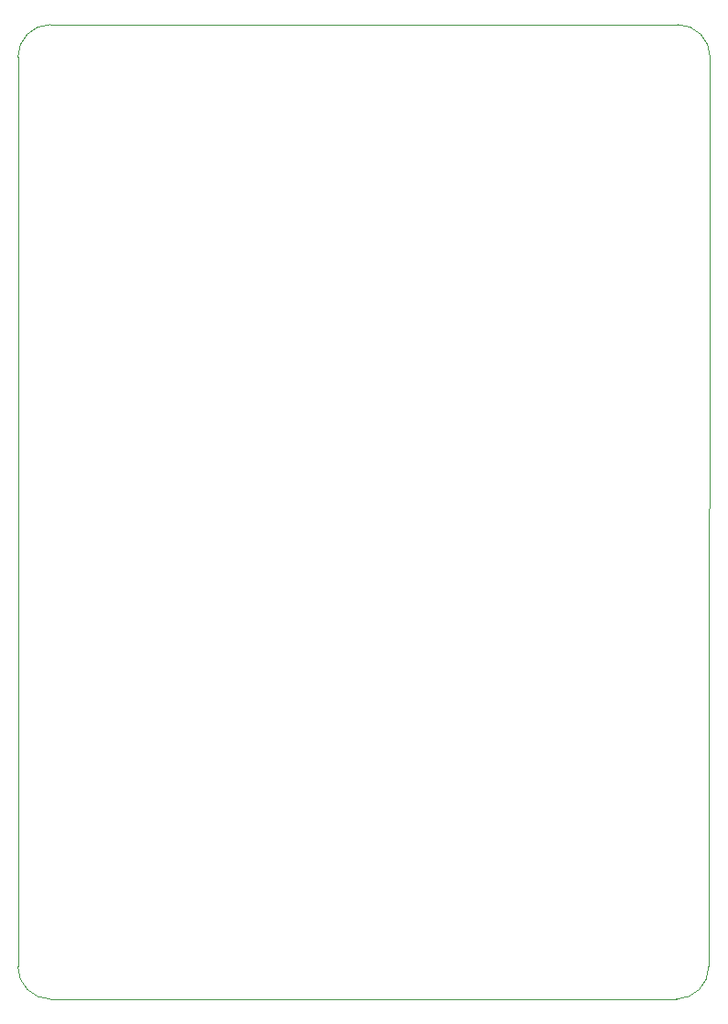
<source format=gbr>
%TF.GenerationSoftware,KiCad,Pcbnew,7.0.1*%
%TF.CreationDate,2023-07-17T00:48:34+01:00*%
%TF.ProjectId,Sensor Hub Board,53656e73-6f72-4204-9875-6220426f6172,rev?*%
%TF.SameCoordinates,Original*%
%TF.FileFunction,Profile,NP*%
%FSLAX46Y46*%
G04 Gerber Fmt 4.6, Leading zero omitted, Abs format (unit mm)*
G04 Created by KiCad (PCBNEW 7.0.1) date 2023-07-17 00:48:34*
%MOMM*%
%LPD*%
G01*
G04 APERTURE LIST*
%TA.AperFunction,Profile*%
%ADD10C,0.100000*%
%TD*%
G04 APERTURE END LIST*
D10*
X108000000Y-142000000D02*
G75*
G03*
X111000000Y-145000000I3000000J0D01*
G01*
X168878680Y-144999980D02*
G75*
G03*
X171878680Y-142000000I20J2999980D01*
G01*
X172000000Y-58000000D02*
G75*
G03*
X169000000Y-55000000I-3000000J0D01*
G01*
X172000000Y-58000000D02*
X171878680Y-142000000D01*
X111000000Y-55000000D02*
X169000000Y-55000000D01*
X108000000Y-142000000D02*
X108000000Y-58000000D01*
X111000000Y-55000000D02*
G75*
G03*
X108000000Y-58000000I0J-3000000D01*
G01*
X168878680Y-145000000D02*
X111000000Y-145000000D01*
M02*

</source>
